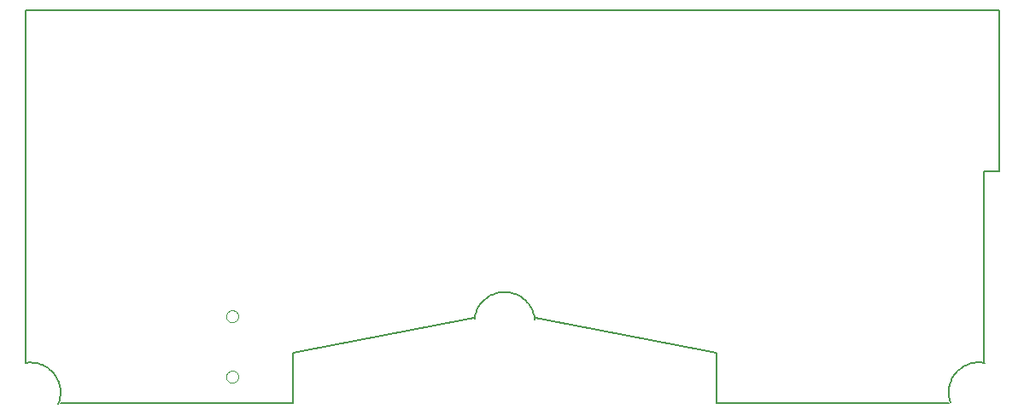
<source format=gbp>
G75*
%MOIN*%
%OFA0B0*%
%FSLAX24Y24*%
%IPPOS*%
%LPD*%
%AMOC8*
5,1,8,0,0,1.08239X$1,22.5*
%
%ADD10C,0.0080*%
%ADD11C,0.0079*%
%ADD12C,0.0000*%
D10*
X001687Y016424D02*
X039679Y016424D01*
D11*
X002967Y001023D02*
X002990Y001086D01*
X003010Y001151D01*
X003026Y001217D01*
X003039Y001283D01*
X003047Y001350D01*
X003052Y001417D01*
X003053Y001485D01*
X003050Y001552D01*
X003043Y001620D01*
X003032Y001686D01*
X003018Y001752D01*
X003000Y001818D01*
X002978Y001881D01*
X002952Y001944D01*
X002923Y002005D01*
X002891Y002064D01*
X002855Y002122D01*
X002816Y002177D01*
X002774Y002230D01*
X002728Y002280D01*
X002681Y002328D01*
X002630Y002373D01*
X002577Y002414D01*
X002522Y002453D01*
X002464Y002489D01*
X002405Y002521D01*
X002344Y002550D01*
X002281Y002575D01*
X002217Y002597D01*
X002152Y002615D01*
X002086Y002629D01*
X002019Y002640D01*
X001952Y002646D01*
X001884Y002649D01*
X001817Y002648D01*
X001749Y002643D01*
X001682Y002634D01*
X001687Y002645D02*
X001687Y016424D01*
X012120Y003038D02*
X019203Y004382D01*
X019211Y004376D02*
X019221Y004443D01*
X019236Y004509D01*
X019254Y004575D01*
X019276Y004639D01*
X019302Y004701D01*
X019331Y004763D01*
X019363Y004822D01*
X019399Y004879D01*
X019438Y004935D01*
X019481Y004988D01*
X019526Y005038D01*
X019574Y005086D01*
X019624Y005131D01*
X019678Y005173D01*
X019733Y005212D01*
X019791Y005247D01*
X019850Y005280D01*
X019911Y005309D01*
X019974Y005334D01*
X020038Y005355D01*
X020104Y005373D01*
X020170Y005387D01*
X020237Y005398D01*
X020304Y005404D01*
X020372Y005407D01*
X020440Y005406D01*
X020507Y005401D01*
X020574Y005392D01*
X020641Y005379D01*
X020707Y005362D01*
X020771Y005342D01*
X020835Y005318D01*
X020896Y005290D01*
X020957Y005259D01*
X021015Y005225D01*
X021071Y005187D01*
X021125Y005146D01*
X021177Y005102D01*
X021226Y005055D01*
X021272Y005006D01*
X021315Y004954D01*
X021355Y004899D01*
X021392Y004843D01*
X021426Y004784D01*
X021456Y004723D01*
X021483Y004661D01*
X021507Y004597D01*
X021526Y004533D01*
X021542Y004467D01*
X021554Y004400D01*
X021562Y004333D01*
X021603Y004382D02*
X028656Y003038D01*
X028656Y001070D01*
X037711Y001070D01*
X037784Y001088D02*
X037763Y001152D01*
X037747Y001216D01*
X037734Y001282D01*
X037724Y001348D01*
X037719Y001414D01*
X037717Y001481D01*
X037719Y001547D01*
X037725Y001614D01*
X037734Y001680D01*
X037747Y001745D01*
X037764Y001809D01*
X037785Y001873D01*
X037809Y001935D01*
X037837Y001996D01*
X037867Y002055D01*
X037902Y002112D01*
X037939Y002167D01*
X037980Y002220D01*
X038023Y002270D01*
X038069Y002318D01*
X038118Y002364D01*
X038169Y002406D01*
X038223Y002446D01*
X038279Y002482D01*
X038337Y002515D01*
X038396Y002545D01*
X038457Y002571D01*
X038520Y002594D01*
X038584Y002614D01*
X038649Y002629D01*
X038714Y002641D01*
X038780Y002650D01*
X038847Y002654D01*
X038913Y002655D01*
X038980Y002652D01*
X039046Y002645D01*
X039112Y002634D01*
X039089Y002645D02*
X039089Y010125D01*
X039679Y010125D01*
X039679Y016424D01*
X012120Y003038D02*
X012120Y001070D01*
X003065Y001070D01*
D12*
X009522Y002094D02*
X009524Y002124D01*
X009530Y002154D01*
X009539Y002183D01*
X009552Y002210D01*
X009569Y002235D01*
X009588Y002258D01*
X009611Y002279D01*
X009636Y002296D01*
X009662Y002310D01*
X009691Y002320D01*
X009720Y002327D01*
X009750Y002330D01*
X009781Y002329D01*
X009811Y002324D01*
X009840Y002315D01*
X009867Y002303D01*
X009893Y002288D01*
X009917Y002269D01*
X009938Y002247D01*
X009956Y002223D01*
X009971Y002196D01*
X009982Y002168D01*
X009990Y002139D01*
X009994Y002109D01*
X009994Y002079D01*
X009990Y002049D01*
X009982Y002020D01*
X009971Y001992D01*
X009956Y001965D01*
X009938Y001941D01*
X009917Y001919D01*
X009893Y001900D01*
X009867Y001885D01*
X009840Y001873D01*
X009811Y001864D01*
X009781Y001859D01*
X009750Y001858D01*
X009720Y001861D01*
X009691Y001868D01*
X009662Y001878D01*
X009636Y001892D01*
X009611Y001909D01*
X009588Y001930D01*
X009569Y001953D01*
X009552Y001978D01*
X009539Y002005D01*
X009530Y002034D01*
X009524Y002064D01*
X009522Y002094D01*
X009522Y004456D02*
X009524Y004486D01*
X009530Y004516D01*
X009539Y004545D01*
X009552Y004572D01*
X009569Y004597D01*
X009588Y004620D01*
X009611Y004641D01*
X009636Y004658D01*
X009662Y004672D01*
X009691Y004682D01*
X009720Y004689D01*
X009750Y004692D01*
X009781Y004691D01*
X009811Y004686D01*
X009840Y004677D01*
X009867Y004665D01*
X009893Y004650D01*
X009917Y004631D01*
X009938Y004609D01*
X009956Y004585D01*
X009971Y004558D01*
X009982Y004530D01*
X009990Y004501D01*
X009994Y004471D01*
X009994Y004441D01*
X009990Y004411D01*
X009982Y004382D01*
X009971Y004354D01*
X009956Y004327D01*
X009938Y004303D01*
X009917Y004281D01*
X009893Y004262D01*
X009867Y004247D01*
X009840Y004235D01*
X009811Y004226D01*
X009781Y004221D01*
X009750Y004220D01*
X009720Y004223D01*
X009691Y004230D01*
X009662Y004240D01*
X009636Y004254D01*
X009611Y004271D01*
X009588Y004292D01*
X009569Y004315D01*
X009552Y004340D01*
X009539Y004367D01*
X009530Y004396D01*
X009524Y004426D01*
X009522Y004456D01*
M02*

</source>
